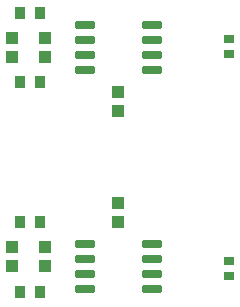
<source format=gtp>
G04*
G04 #@! TF.GenerationSoftware,Altium Limited,Altium Designer,20.0.12 (288)*
G04*
G04 Layer_Color=8421504*
%FSLAX25Y25*%
%MOIN*%
G70*
G01*
G75*
%ADD15R,0.03937X0.03937*%
%ADD16R,0.03543X0.03937*%
%ADD17R,0.03740X0.03150*%
G04:AMPARAMS|DCode=18|XSize=25.59mil|YSize=64.96mil|CornerRadius=1.92mil|HoleSize=0mil|Usage=FLASHONLY|Rotation=90.000|XOffset=0mil|YOffset=0mil|HoleType=Round|Shape=RoundedRectangle|*
%AMROUNDEDRECTD18*
21,1,0.02559,0.06112,0,0,90.0*
21,1,0.02175,0.06496,0,0,90.0*
1,1,0.00384,0.03056,0.01088*
1,1,0.00384,0.03056,-0.01088*
1,1,0.00384,-0.03056,-0.01088*
1,1,0.00384,-0.03056,0.01088*
%
%ADD18ROUNDEDRECTD18*%
D15*
X265103Y392194D02*
D03*
Y385895D02*
D03*
X229603Y371395D02*
D03*
Y377694D02*
D03*
X240603Y371395D02*
D03*
Y377694D02*
D03*
X265103Y422895D02*
D03*
Y429194D02*
D03*
X240603Y440895D02*
D03*
Y447194D02*
D03*
X229603Y440895D02*
D03*
Y447194D02*
D03*
D16*
X238949Y386044D02*
D03*
X232257D02*
D03*
X238949Y362544D02*
D03*
X232257D02*
D03*
X238949Y455544D02*
D03*
X232257D02*
D03*
X238949Y432544D02*
D03*
X232257D02*
D03*
D17*
X302103Y368084D02*
D03*
Y373005D02*
D03*
Y442084D02*
D03*
Y447005D02*
D03*
D18*
X253981Y378544D02*
D03*
Y373544D02*
D03*
Y368544D02*
D03*
Y363544D02*
D03*
X276225Y378544D02*
D03*
Y373544D02*
D03*
Y368544D02*
D03*
Y363544D02*
D03*
X253981Y451544D02*
D03*
Y446544D02*
D03*
Y441544D02*
D03*
Y436544D02*
D03*
X276225Y451544D02*
D03*
Y446544D02*
D03*
Y441544D02*
D03*
Y436544D02*
D03*
M02*

</source>
